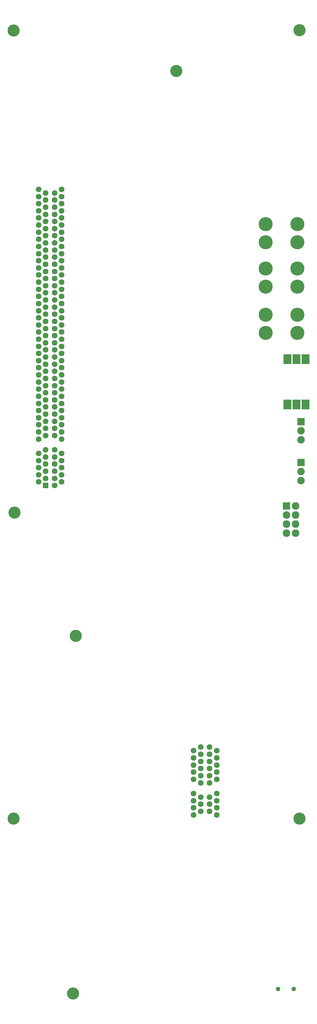
<source format=gbs>
G04 #@! TF.FileFunction,Soldermask,Bot*
%FSLAX46Y46*%
G04 Gerber Fmt 4.6, Leading zero omitted, Abs format (unit mm)*
G04 Created by KiCad (PCBNEW 4.0.7) date 02/03/18 00:33:44*
%MOMM*%
%LPD*%
G01*
G04 APERTURE LIST*
%ADD10C,0.100000*%
%ADD11R,2.127200X2.127200*%
%ADD12O,2.127200X2.127200*%
%ADD13C,3.400000*%
%ADD14C,1.300000*%
%ADD15C,1.598880*%
%ADD16R,1.598880X1.598880*%
%ADD17C,3.956000*%
%ADD18R,2.100000X2.100000*%
%ADD19O,2.100000X2.100000*%
%ADD20R,2.178000X2.686000*%
G04 APERTURE END LIST*
D10*
D11*
X157734000Y-120650000D03*
D12*
X160274000Y-120650000D03*
X157734000Y-123190000D03*
X160274000Y-123190000D03*
X157734000Y-125730000D03*
X160274000Y-125730000D03*
X157734000Y-128270000D03*
X160274000Y-128270000D03*
D13*
X81178400Y12649200D03*
X161391600Y12700000D03*
X81178400Y-208280000D03*
D14*
X155366000Y-256032000D03*
X159766000Y-256032000D03*
D15*
X138125200Y-201241660D03*
X136123680Y-202242420D03*
X138125200Y-203240640D03*
X136123680Y-204241400D03*
X138125200Y-205242160D03*
X136123680Y-206240380D03*
X138125200Y-207241140D03*
X133624320Y-202242420D03*
X133624320Y-204241400D03*
X133624320Y-206240380D03*
X131622800Y-201241660D03*
X131622800Y-203240640D03*
X131622800Y-205242160D03*
X131622800Y-207241140D03*
X136123680Y-198241920D03*
X136123680Y-196240400D03*
X136123680Y-194241420D03*
X136123680Y-192242440D03*
X136123680Y-190240920D03*
X136123680Y-188241940D03*
X138125200Y-189242700D03*
X138125200Y-191241680D03*
X138125200Y-193240660D03*
X138125200Y-195242180D03*
X138125200Y-197241160D03*
X133624320Y-188241940D03*
X131622800Y-189242700D03*
X133624320Y-190240920D03*
X131622800Y-191241680D03*
X133624320Y-192242440D03*
X131622800Y-193240660D03*
X133624320Y-194241420D03*
X131622800Y-195242180D03*
X133624320Y-196240400D03*
X131622800Y-197241160D03*
X133624320Y-198241920D03*
X88168480Y-101902260D03*
X90170000Y-100901500D03*
X88168480Y-99903280D03*
X90170000Y-98902520D03*
X88168480Y-97901760D03*
X90170000Y-96903540D03*
X88168480Y-95902780D03*
X92669360Y-100901500D03*
X92669360Y-98902520D03*
X92669360Y-96903540D03*
X94670880Y-101902260D03*
X94670880Y-99903280D03*
X94670880Y-97901760D03*
X94670880Y-95902780D03*
X90170000Y-104902000D03*
X90170000Y-106903520D03*
X90170000Y-108902500D03*
X90170000Y-110901480D03*
X90170000Y-112903000D03*
D16*
X90170000Y-114901980D03*
D15*
X88168480Y-113901220D03*
X88168480Y-111902240D03*
X88168480Y-109903260D03*
X88168480Y-107901740D03*
X88168480Y-105902760D03*
X92669360Y-114901980D03*
X94670880Y-113901220D03*
X92669360Y-112903000D03*
X94670880Y-111902240D03*
X92669360Y-110901480D03*
X94670880Y-109903260D03*
X92669360Y-108902500D03*
X94670880Y-107901740D03*
X92669360Y-106903520D03*
X94670880Y-105902760D03*
X92669360Y-104902000D03*
X92669360Y-94902020D03*
X94670880Y-93901260D03*
X92669360Y-92903040D03*
X94670880Y-91902280D03*
X92669360Y-90901520D03*
X94670880Y-89903300D03*
X92669360Y-88902540D03*
X94670880Y-87901780D03*
X92669360Y-86903560D03*
X94670880Y-85902800D03*
X92669360Y-84902040D03*
X94670880Y-83901280D03*
X92669360Y-82903060D03*
X94670880Y-81902300D03*
X90170000Y-94902020D03*
X88168480Y-93901260D03*
X90170000Y-92903040D03*
X88168480Y-91902280D03*
X90170000Y-90901520D03*
X88168480Y-89903300D03*
X90170000Y-88902540D03*
X88168480Y-87901780D03*
X90170000Y-86903560D03*
X88168480Y-85902800D03*
X90170000Y-84902040D03*
X88168480Y-83901280D03*
X90170000Y-82903060D03*
X88168480Y-81902300D03*
X92669360Y-80901540D03*
X94670880Y-79903320D03*
X92669360Y-78902560D03*
X94670880Y-77901800D03*
X92669360Y-76903580D03*
X94670880Y-75902820D03*
X92669360Y-74902060D03*
X94670880Y-73901300D03*
X92669360Y-72903080D03*
X94670880Y-71902320D03*
X92669360Y-70901560D03*
X94670880Y-69903340D03*
X92669360Y-68902580D03*
X94670880Y-67901820D03*
X92669360Y-66903600D03*
X94670880Y-65902840D03*
X92669360Y-64902080D03*
X90170000Y-80901540D03*
X88168480Y-79903320D03*
X90170000Y-78902560D03*
X88168480Y-77901800D03*
X90170000Y-76903580D03*
X88168480Y-75902820D03*
X90170000Y-74902060D03*
X88168480Y-73901300D03*
X90170000Y-72903080D03*
X88168480Y-71902320D03*
X90170000Y-70901560D03*
X88168480Y-69903340D03*
X90170000Y-68902580D03*
X88168480Y-67901820D03*
X90170000Y-66903600D03*
X88168480Y-65902840D03*
X90170000Y-64902080D03*
X94670880Y-63901320D03*
X92669360Y-62903100D03*
X94670880Y-61902340D03*
X92669360Y-60901580D03*
X94670880Y-59903360D03*
X92669360Y-58902600D03*
X94670880Y-57901840D03*
X92669360Y-56903620D03*
X94670880Y-55902860D03*
X92669360Y-54902100D03*
X94670880Y-53901340D03*
X92669360Y-52903120D03*
X94670880Y-51902360D03*
X92669360Y-50901600D03*
X94670880Y-49903380D03*
X92669360Y-48902620D03*
X94670880Y-47901860D03*
X92669360Y-46903640D03*
X94670880Y-45902880D03*
X92669360Y-44902120D03*
X94670880Y-43901360D03*
X92669360Y-42903140D03*
X94670880Y-41902380D03*
X92669360Y-40901620D03*
X94670880Y-39903400D03*
X92669360Y-38902640D03*
X94670880Y-37901880D03*
X92669360Y-36901120D03*
X94670880Y-35902900D03*
X92669360Y-34902140D03*
X94670880Y-33901380D03*
X92669360Y-32903160D03*
X94670880Y-31902400D03*
X88168480Y-63901320D03*
X90170000Y-62903100D03*
X88168480Y-61902340D03*
X90170000Y-60901580D03*
X88168480Y-59903360D03*
X90170000Y-58902600D03*
X88168480Y-57901840D03*
X90170000Y-56903620D03*
X88168480Y-55902860D03*
X90170000Y-54902100D03*
X88168480Y-53901340D03*
X90170000Y-52903120D03*
X88168480Y-51902360D03*
X90170000Y-50901600D03*
X88168480Y-49903380D03*
X90170000Y-48902620D03*
X88168480Y-47901860D03*
X90170000Y-46903640D03*
X88168480Y-45902880D03*
X90170000Y-44902120D03*
X88168480Y-43901360D03*
X90170000Y-42903140D03*
X88168480Y-41902380D03*
X90170000Y-40901620D03*
X88168480Y-39903400D03*
X90170000Y-38902640D03*
X88168480Y-37901880D03*
X90170000Y-36901120D03*
X88168480Y-35902900D03*
X90170000Y-34902140D03*
X88168480Y-33901380D03*
X90170000Y-32903160D03*
X88168480Y-31902400D03*
D17*
X151892000Y-72136000D03*
X151892000Y-67005200D03*
D13*
X97884000Y-257306000D03*
X81440000Y-122542000D03*
X126840000Y1318000D03*
D18*
X161798000Y-97028000D03*
D19*
X161798000Y-99568000D03*
X161798000Y-102108000D03*
D18*
X161798000Y-108458000D03*
D19*
X161798000Y-110998000D03*
X161798000Y-113538000D03*
D20*
X157988000Y-92202000D03*
X160528000Y-92202000D03*
X163068000Y-92202000D03*
X163068000Y-79502000D03*
X160528000Y-79502000D03*
X157988000Y-79502000D03*
D17*
X160782000Y-72136000D03*
X160782000Y-67005200D03*
X151892000Y-46736000D03*
X151892000Y-41605200D03*
X151892000Y-59182000D03*
X151892000Y-54051200D03*
X160782000Y-59182000D03*
X160782000Y-54051200D03*
X160782000Y-46736000D03*
X160782000Y-41605200D03*
D13*
X98632001Y-157020000D03*
X161391600Y-208280000D03*
M02*

</source>
